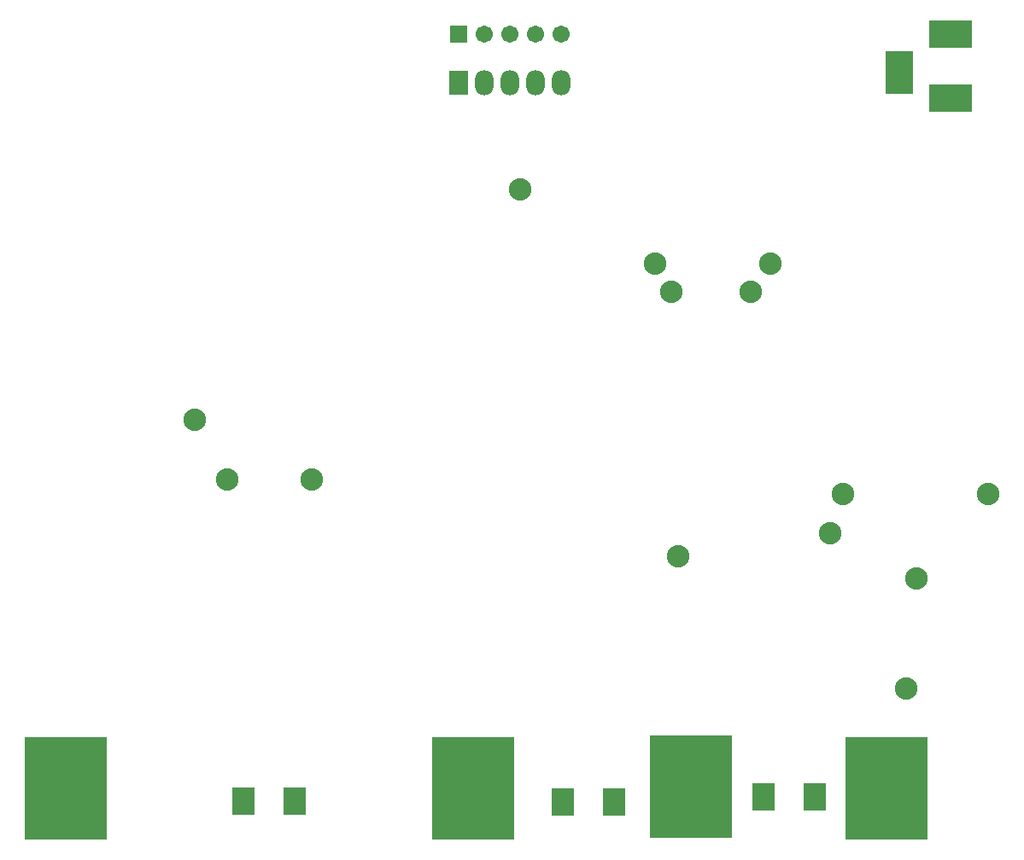
<source format=gbs>
G04*
G04 #@! TF.GenerationSoftware,Altium Limited,Altium Designer,20.2.7 (254)*
G04*
G04 Layer_Color=16711935*
%FSLAX24Y24*%
%MOIN*%
G70*
G04*
G04 #@! TF.SameCoordinates,C515DB23-E466-4867-BC0D-23839EB9CC1E*
G04*
G04*
G04 #@! TF.FilePolarity,Negative*
G04*
G01*
G75*
%ADD54R,0.3230X0.4017*%
%ADD55R,0.0867X0.1064*%
%ADD56R,0.1680X0.1080*%
%ADD57R,0.1080X0.1680*%
%ADD58C,0.0880*%
%ADD59O,0.0730X0.0980*%
%ADD60R,0.0730X0.0980*%
%ADD61C,0.0671*%
%ADD62R,0.0671X0.0671*%
D54*
X26200Y2950D02*
D03*
X33850Y2900D02*
D03*
X1800D02*
D03*
X17700D02*
D03*
D55*
X31050Y2550D02*
D03*
X29050D02*
D03*
X10750Y2400D02*
D03*
X8750D02*
D03*
X23200Y2350D02*
D03*
X21200D02*
D03*
D56*
X36350Y29850D02*
D03*
Y32350D02*
D03*
D57*
X34350Y30850D02*
D03*
D58*
X25450Y22300D02*
D03*
X25700Y11950D02*
D03*
X8100Y14950D02*
D03*
X19550Y26300D02*
D03*
X37800Y14400D02*
D03*
X32150D02*
D03*
X11400Y14950D02*
D03*
X24800Y23400D02*
D03*
X29300D02*
D03*
X28550Y22300D02*
D03*
X34600Y6800D02*
D03*
X35000Y11100D02*
D03*
X31650Y12850D02*
D03*
X6850Y17300D02*
D03*
D59*
X20150Y30450D02*
D03*
X19150D02*
D03*
X18150D02*
D03*
X21150D02*
D03*
D60*
X17150D02*
D03*
D61*
X19150Y32350D02*
D03*
X18150D02*
D03*
X20150D02*
D03*
X21150D02*
D03*
D62*
X17150D02*
D03*
M02*

</source>
